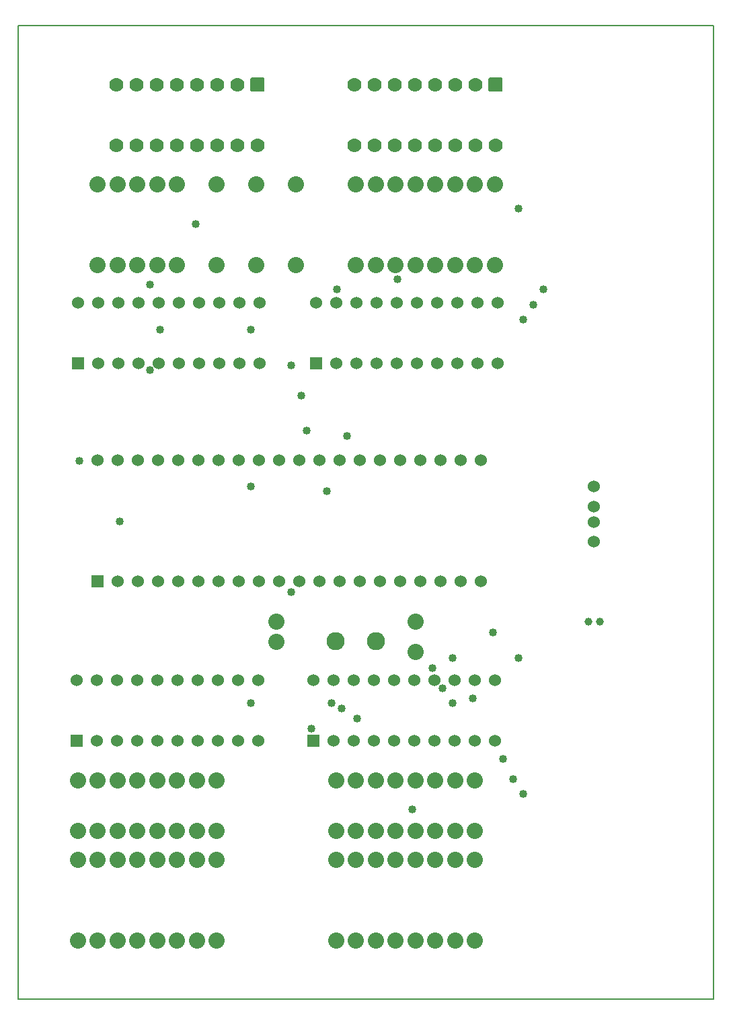
<source format=gbr>
G04 PROTEUS RS274X GERBER FILE*
%FSLAX45Y45*%
%MOMM*%
G01*
%ADD22C,1.016000*%
%AMPPAD015*
4,1,36,
-0.635000,0.762000,
0.635000,0.762000,
0.660970,0.759470,
0.684980,0.752200,
0.706580,0.740650,
0.725290,0.725290,
0.740650,0.706570,
0.752200,0.684980,
0.759470,0.660970,
0.762000,0.635000,
0.762000,-0.635000,
0.759470,-0.660970,
0.752200,-0.684980,
0.740650,-0.706570,
0.725290,-0.725290,
0.706580,-0.740650,
0.684980,-0.752200,
0.660970,-0.759470,
0.635000,-0.762000,
-0.635000,-0.762000,
-0.660970,-0.759470,
-0.684980,-0.752200,
-0.706580,-0.740650,
-0.725290,-0.725290,
-0.740650,-0.706570,
-0.752200,-0.684980,
-0.759470,-0.660970,
-0.762000,-0.635000,
-0.762000,0.635000,
-0.759470,0.660970,
-0.752200,0.684980,
-0.740650,0.706570,
-0.725290,0.725290,
-0.706580,0.740650,
-0.684980,0.752200,
-0.660970,0.759470,
-0.635000,0.762000,
0*%
%ADD23PPAD015*%
%ADD70C,1.524000*%
%ADD24C,2.286000*%
%ADD15C,2.032000*%
%ADD17C,0.980000*%
%AMPPAD017*
4,1,36,
0.889000,0.762000,
0.889000,-0.762000,
0.886470,-0.787970,
0.879200,-0.811980,
0.867650,-0.833580,
0.852290,-0.852290,
0.833570,-0.867650,
0.811980,-0.879200,
0.787970,-0.886470,
0.762000,-0.889000,
-0.762000,-0.889000,
-0.787970,-0.886470,
-0.811980,-0.879200,
-0.833570,-0.867650,
-0.852290,-0.852290,
-0.867650,-0.833580,
-0.879200,-0.811980,
-0.886470,-0.787970,
-0.889000,-0.762000,
-0.889000,0.762000,
-0.886470,0.787970,
-0.879200,0.811980,
-0.867650,0.833580,
-0.852290,0.852290,
-0.833570,0.867650,
-0.811980,0.879200,
-0.787970,0.886470,
-0.762000,0.889000,
0.762000,0.889000,
0.787970,0.886470,
0.811980,0.879200,
0.833570,0.867650,
0.852290,0.852290,
0.867650,0.833580,
0.879200,0.811980,
0.886470,0.787970,
0.889000,0.762000,
0*%
%ADD25PPAD017*%
%ADD16C,1.778000*%
%ADD71C,0.203200*%
%TD.AperFunction*%
D22*
X+2730500Y-1143000D03*
X-1968500Y+254000D03*
X+190500Y-635000D03*
X-2476500Y+1016000D03*
X+825500Y-2095500D03*
X+190500Y+2222500D03*
X+1016000Y-2222500D03*
X+1524000Y+3302000D03*
X+381000Y+1397000D03*
X+444500Y-2349500D03*
X+635000Y+635000D03*
X+889000Y+1333500D03*
X+317500Y+1841500D03*
X-317500Y+698500D03*
X-1587500Y+3238500D03*
X-1587500Y+2159000D03*
X-1016000Y+4000500D03*
X+762000Y+3175000D03*
X+3238500Y+2984500D03*
X+3048000Y+4191000D03*
X+3111500Y+2794000D03*
X+3365500Y+3175000D03*
X-317500Y-2032000D03*
X+698500Y-2032000D03*
X+2857500Y-2730500D03*
X+2222500Y-2032000D03*
X+1714500Y-3365500D03*
X+1968500Y-1587500D03*
X+3111500Y-3175000D03*
X+2095500Y-1841500D03*
X+3048000Y-1460500D03*
X+2222500Y-1460500D03*
X+2984500Y-2984500D03*
X+2476500Y-1968500D03*
X-1460500Y+2667000D03*
X-317500Y+2667000D03*
D23*
X-2250000Y-500000D03*
D70*
X-1996000Y-500000D03*
X-1742000Y-500000D03*
X-1488000Y-500000D03*
X-1234000Y-500000D03*
X-980000Y-500000D03*
X-726000Y-500000D03*
X-472000Y-500000D03*
X-218000Y-500000D03*
X+36000Y-500000D03*
X+290000Y-500000D03*
X+544000Y-500000D03*
X+798000Y-500000D03*
X+1052000Y-500000D03*
X+1306000Y-500000D03*
X+1560000Y-500000D03*
X+1814000Y-500000D03*
X+2068000Y-500000D03*
X+2322000Y-500000D03*
X+2576000Y-500000D03*
X+2576000Y+1024000D03*
X+2322000Y+1024000D03*
X+2068000Y+1024000D03*
X+1814000Y+1024000D03*
X+1560000Y+1024000D03*
X+1306000Y+1024000D03*
X+1052000Y+1024000D03*
X+798000Y+1024000D03*
X+544000Y+1024000D03*
X+290000Y+1024000D03*
X+36000Y+1024000D03*
X-218000Y+1024000D03*
X-472000Y+1024000D03*
X-726000Y+1024000D03*
X-980000Y+1024000D03*
X-1234000Y+1024000D03*
X-1488000Y+1024000D03*
X-1742000Y+1024000D03*
X-1996000Y+1024000D03*
X-2250000Y+1024000D03*
D23*
X-2500000Y+2250000D03*
D70*
X-2246000Y+2250000D03*
X-1992000Y+2250000D03*
X-1738000Y+2250000D03*
X-1484000Y+2250000D03*
X-1230000Y+2250000D03*
X-976000Y+2250000D03*
X-722000Y+2250000D03*
X-468000Y+2250000D03*
X-214000Y+2250000D03*
X-214000Y+3012000D03*
X-468000Y+3012000D03*
X-722000Y+3012000D03*
X-976000Y+3012000D03*
X-1230000Y+3012000D03*
X-1484000Y+3012000D03*
X-1738000Y+3012000D03*
X-1992000Y+3012000D03*
X-2246000Y+3012000D03*
X-2500000Y+3012000D03*
D23*
X+500000Y+2250000D03*
D70*
X+754000Y+2250000D03*
X+1008000Y+2250000D03*
X+1262000Y+2250000D03*
X+1516000Y+2250000D03*
X+1770000Y+2250000D03*
X+2024000Y+2250000D03*
X+2278000Y+2250000D03*
X+2532000Y+2250000D03*
X+2786000Y+2250000D03*
X+2786000Y+3012000D03*
X+2532000Y+3012000D03*
X+2278000Y+3012000D03*
X+2024000Y+3012000D03*
X+1770000Y+3012000D03*
X+1516000Y+3012000D03*
X+1262000Y+3012000D03*
X+1008000Y+3012000D03*
X+754000Y+3012000D03*
X+500000Y+3012000D03*
D23*
X-2512000Y-2500000D03*
D70*
X-2258000Y-2500000D03*
X-2004000Y-2500000D03*
X-1750000Y-2500000D03*
X-1496000Y-2500000D03*
X-1242000Y-2500000D03*
X-988000Y-2500000D03*
X-734000Y-2500000D03*
X-480000Y-2500000D03*
X-226000Y-2500000D03*
X-226000Y-1738000D03*
X-480000Y-1738000D03*
X-734000Y-1738000D03*
X-988000Y-1738000D03*
X-1242000Y-1738000D03*
X-1496000Y-1738000D03*
X-1750000Y-1738000D03*
X-2004000Y-1738000D03*
X-2258000Y-1738000D03*
X-2512000Y-1738000D03*
D23*
X+464000Y-2500000D03*
D70*
X+718000Y-2500000D03*
X+972000Y-2500000D03*
X+1226000Y-2500000D03*
X+1480000Y-2500000D03*
X+1734000Y-2500000D03*
X+1988000Y-2500000D03*
X+2242000Y-2500000D03*
X+2496000Y-2500000D03*
X+2750000Y-2500000D03*
X+2750000Y-1738000D03*
X+2496000Y-1738000D03*
X+2242000Y-1738000D03*
X+1988000Y-1738000D03*
X+1734000Y-1738000D03*
X+1480000Y-1738000D03*
X+1226000Y-1738000D03*
X+972000Y-1738000D03*
X+718000Y-1738000D03*
X+464000Y-1738000D03*
X+4000000Y+0D03*
X+4000000Y+248920D03*
X+4000000Y+447040D03*
X+4000000Y+695960D03*
D24*
X+1250000Y-1250000D03*
X+742000Y-1250000D03*
D15*
X-2500000Y-3000000D03*
X-2500000Y-3635000D03*
X-2000000Y-3000000D03*
X-2000000Y-3635000D03*
X-2250000Y-3000000D03*
X-2250000Y-3635000D03*
X-1750000Y-3000000D03*
X-1750000Y-3635000D03*
X-1500000Y-3000000D03*
X-1500000Y-3635000D03*
X-1250000Y-3000000D03*
X-1250000Y-3635000D03*
X-1000000Y-3000000D03*
X-1000000Y-3635000D03*
X-750000Y-3000000D03*
X-750000Y-3635000D03*
X+750000Y-3000000D03*
X+750000Y-3635000D03*
X+1000000Y-3000000D03*
X+1000000Y-3635000D03*
X+1250000Y-3000000D03*
X+1250000Y-3635000D03*
X+1500000Y-3000000D03*
X+1500000Y-3635000D03*
X+1750000Y-3000000D03*
X+1750000Y-3635000D03*
X+2000000Y-3000000D03*
X+2000000Y-3635000D03*
X+2250000Y-3000000D03*
X+2250000Y-3635000D03*
X+2500000Y-3000000D03*
X+2500000Y-3635000D03*
X+1750000Y-1000000D03*
X+1750000Y-1381000D03*
X+0Y-1000000D03*
X+0Y-1254000D03*
D17*
X+3925000Y-1000000D03*
X+4075000Y-1000000D03*
D15*
X-2500000Y-4000000D03*
X-2500000Y-5016000D03*
X-2250000Y-4000000D03*
X-2250000Y-5016000D03*
X-2000000Y-4000000D03*
X-2000000Y-5016000D03*
X-1750000Y-4000000D03*
X-1750000Y-5016000D03*
X-1500000Y-4000000D03*
X-1500000Y-5016000D03*
X-1250000Y-4000000D03*
X-1250000Y-5016000D03*
X-1000000Y-4000000D03*
X-1000000Y-5016000D03*
X-750000Y-4000000D03*
X-750000Y-5016000D03*
X+750000Y-4000000D03*
X+750000Y-5016000D03*
X+1000000Y-4000000D03*
X+1000000Y-5016000D03*
X+1250000Y-4000000D03*
X+1250000Y-5016000D03*
X+1500000Y-4000000D03*
X+1500000Y-5016000D03*
X+1750000Y-4000000D03*
X+1750000Y-5016000D03*
X+2000000Y-4000000D03*
X+2000000Y-5016000D03*
X+2250000Y-4000000D03*
X+2250000Y-5016000D03*
X+2500000Y-4000000D03*
X+2500000Y-5016000D03*
X+1000000Y+4500000D03*
X+1000000Y+3484000D03*
X+1250000Y+4500000D03*
X+1250000Y+3484000D03*
X+1750000Y+4500000D03*
X+1750000Y+3484000D03*
X+2250000Y+4500000D03*
X+2250000Y+3484000D03*
X+2750000Y+4500000D03*
X+2750000Y+3484000D03*
X+2500000Y+4500000D03*
X+2500000Y+3484000D03*
X+2000000Y+4500000D03*
X+2000000Y+3484000D03*
X+1500000Y+4500000D03*
X+1500000Y+3484000D03*
X-2250000Y+4500000D03*
X-2250000Y+3484000D03*
X-1750000Y+4500000D03*
X-1750000Y+3484000D03*
X-1250000Y+4500000D03*
X-1250000Y+3484000D03*
X-750000Y+4500000D03*
X-750000Y+3484000D03*
X-250000Y+4500000D03*
X-250000Y+3484000D03*
X+250000Y+4500000D03*
X+250000Y+3484000D03*
X-1500000Y+4500000D03*
X-1500000Y+3484000D03*
X-2000000Y+4500000D03*
X-2000000Y+3484000D03*
D25*
X-238000Y+5750000D03*
D16*
X-492000Y+5750000D03*
X-746000Y+5750000D03*
X-1000000Y+5750000D03*
X-1254000Y+5750000D03*
X-1508000Y+5750000D03*
X-1762000Y+5750000D03*
X-2016000Y+5750000D03*
X-2016000Y+4988000D03*
X-1762000Y+4988000D03*
X-1508000Y+4988000D03*
X-1254000Y+4988000D03*
X-1000000Y+4988000D03*
X-746000Y+4988000D03*
X-492000Y+4988000D03*
X-238000Y+4988000D03*
D25*
X+2762000Y+5750000D03*
D16*
X+2508000Y+5750000D03*
X+2254000Y+5750000D03*
X+2000000Y+5750000D03*
X+1746000Y+5750000D03*
X+1492000Y+5750000D03*
X+1238000Y+5750000D03*
X+984000Y+5750000D03*
X+984000Y+4988000D03*
X+1238000Y+4988000D03*
X+1492000Y+4988000D03*
X+1746000Y+4988000D03*
X+2000000Y+4988000D03*
X+2254000Y+4988000D03*
X+2508000Y+4988000D03*
X+2762000Y+4988000D03*
D71*
X-3250000Y-5750000D02*
X+5500000Y-5750000D01*
X+5500000Y+6500000D01*
X-3250000Y+6500000D01*
X-3250000Y-5750000D01*
M02*

</source>
